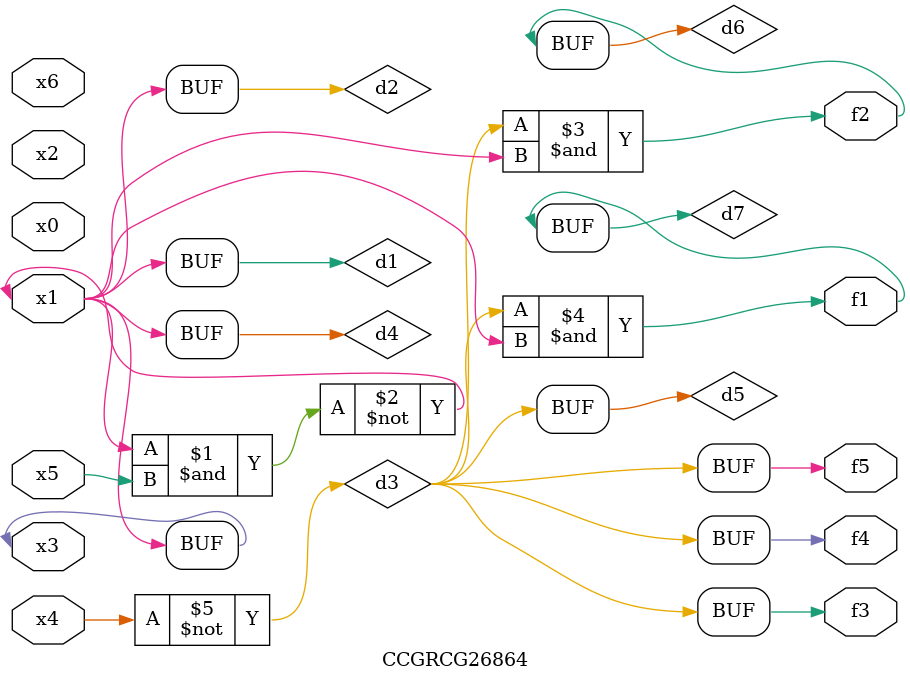
<source format=v>
module CCGRCG26864(
	input x0, x1, x2, x3, x4, x5, x6,
	output f1, f2, f3, f4, f5
);

	wire d1, d2, d3, d4, d5, d6, d7;

	buf (d1, x1, x3);
	nand (d2, x1, x5);
	not (d3, x4);
	buf (d4, d1, d2);
	buf (d5, d3);
	and (d6, d3, d4);
	and (d7, d3, d4);
	assign f1 = d7;
	assign f2 = d6;
	assign f3 = d5;
	assign f4 = d5;
	assign f5 = d5;
endmodule

</source>
